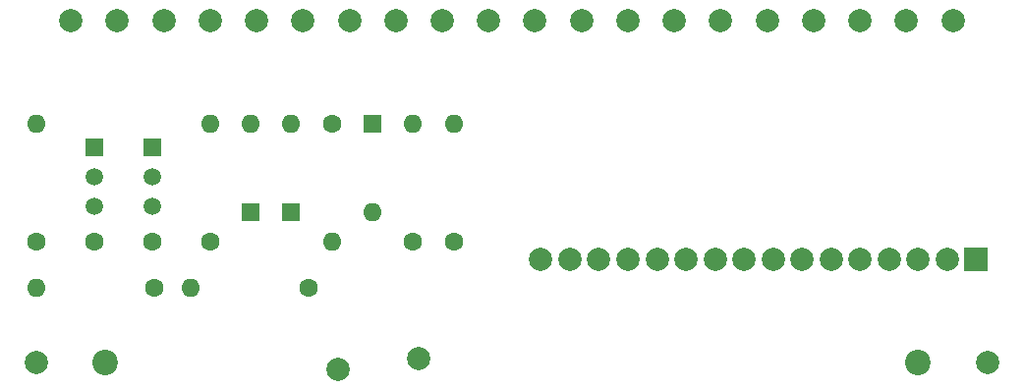
<source format=gbr>
%TF.GenerationSoftware,KiCad,Pcbnew,(5.1.7)-1*%
%TF.CreationDate,2022-01-04T16:34:00+01:00*%
%TF.ProjectId,display-board,64697370-6c61-4792-9d62-6f6172642e6b,rev?*%
%TF.SameCoordinates,Original*%
%TF.FileFunction,Soldermask,Top*%
%TF.FilePolarity,Negative*%
%FSLAX46Y46*%
G04 Gerber Fmt 4.6, Leading zero omitted, Abs format (unit mm)*
G04 Created by KiCad (PCBNEW (5.1.7)-1) date 2022-01-04 16:34:00*
%MOMM*%
%LPD*%
G01*
G04 APERTURE LIST*
%ADD10R,2.000000X2.000000*%
%ADD11C,2.000000*%
%ADD12C,1.600000*%
%ADD13C,1.520000*%
%ADD14R,1.520000X1.520000*%
%ADD15O,1.600000X1.600000*%
%ADD16R,1.600000X1.600000*%
%ADD17C,2.200000*%
G04 APERTURE END LIST*
D10*
X105000000Y-42500000D03*
D11*
X102500000Y-42500000D03*
X100000000Y-42500000D03*
X97500000Y-42500000D03*
X95000000Y-42500000D03*
X92500000Y-42500000D03*
X90000000Y-42500000D03*
X87500000Y-42500000D03*
X85000000Y-42500000D03*
X82500000Y-42500000D03*
X80000000Y-42500000D03*
X77500000Y-42500000D03*
X75000000Y-42500000D03*
X72500000Y-42500000D03*
X70000000Y-42500000D03*
X67500000Y-42500000D03*
X24000000Y-51400000D03*
X106000000Y-51400000D03*
X57000000Y-51100000D03*
X50000000Y-52000000D03*
D12*
X34000000Y-41040000D03*
X29000000Y-41040000D03*
D13*
X34000000Y-35440000D03*
X34000000Y-37980000D03*
D14*
X34000000Y-32900000D03*
D13*
X29000000Y-35440000D03*
X29000000Y-37980000D03*
D14*
X29000000Y-32900000D03*
D12*
X56500000Y-41040000D03*
D15*
X56500000Y-30880000D03*
D12*
X60000000Y-41040000D03*
D15*
X60000000Y-30880000D03*
D12*
X47500000Y-45000000D03*
D15*
X37340000Y-45000000D03*
D12*
X34160000Y-45000000D03*
D15*
X24000000Y-45000000D03*
D12*
X24000000Y-41040000D03*
D15*
X24000000Y-30880000D03*
D12*
X39000000Y-41040000D03*
D15*
X39000000Y-30880000D03*
D12*
X49500000Y-30880000D03*
D15*
X49500000Y-41040000D03*
D16*
X53000000Y-30880000D03*
D15*
X53000000Y-38500000D03*
D16*
X42500000Y-38500000D03*
D15*
X42500000Y-30880000D03*
D16*
X46000000Y-38500000D03*
D15*
X46000000Y-30880000D03*
D17*
X100000000Y-51400000D03*
X30000000Y-51400000D03*
D11*
X103000000Y-22000000D03*
X99000000Y-22000000D03*
X95000000Y-22000000D03*
X91000000Y-22000000D03*
X87000000Y-22000000D03*
X83000000Y-22000000D03*
X79000000Y-22000000D03*
X75000000Y-22000000D03*
X71000000Y-22000000D03*
X67000000Y-22000000D03*
X63000000Y-22000000D03*
X59000000Y-22000000D03*
X55000000Y-22000000D03*
X51000000Y-22000000D03*
X47000000Y-22000000D03*
X43000000Y-22000000D03*
X39000000Y-22000000D03*
X35000000Y-22000000D03*
X31000000Y-22000000D03*
X27000000Y-22000000D03*
M02*

</source>
